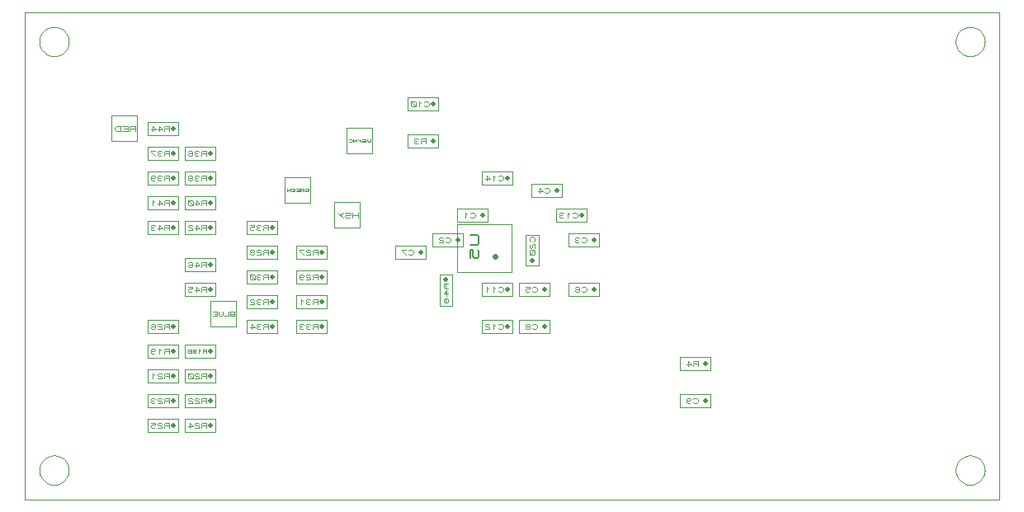
<source format=gbr>
G04 PROTEUS GERBER X2 FILE*
%TF.GenerationSoftware,Labcenter,Proteus,8.16-SP3-Build36097*%
%TF.CreationDate,2025-11-07T09:35:32+00:00*%
%TF.FileFunction,AssemblyDrawing,Bot*%
%TF.FilePolarity,Positive*%
%TF.Part,Single*%
%TF.SameCoordinates,{b300ba1a-dc7e-4a19-be50-5429eaf46598}*%
%FSLAX45Y45*%
%MOMM*%
G01*
%TA.AperFunction,Profile*%
%ADD25C,0.101600*%
%TA.AperFunction,Material*%
%ADD73C,0.101600*%
%ADD57C,0.508000*%
%ADD58C,0.076200*%
%ADD77C,0.057150*%
%ADD75C,0.063500*%
%ADD78C,0.050800*%
%ADD74C,0.084660*%
%ADD72C,0.100000*%
%ADD79C,0.560000*%
%ADD80C,0.149560*%
%TD.AperFunction*%
D25*
X-18000Y-3000D02*
X+9982000Y-3000D01*
X+9982000Y+4997000D01*
X-18000Y+4997000D01*
X-18000Y-3000D01*
X+9832000Y+4697000D02*
X+9831498Y+4709258D01*
X+9827422Y+4733775D01*
X+9818906Y+4758292D01*
X+9805032Y+4782809D01*
X+9783806Y+4807161D01*
X+9759289Y+4825555D01*
X+9734772Y+4837411D01*
X+9710255Y+4844315D01*
X+9685738Y+4846953D01*
X+9682000Y+4847000D01*
X+9532000Y+4697000D02*
X+9532502Y+4709258D01*
X+9536578Y+4733775D01*
X+9545094Y+4758292D01*
X+9558968Y+4782809D01*
X+9580194Y+4807161D01*
X+9604711Y+4825555D01*
X+9629228Y+4837411D01*
X+9653745Y+4844315D01*
X+9678262Y+4846953D01*
X+9682000Y+4847000D01*
X+9532000Y+4697000D02*
X+9532502Y+4684742D01*
X+9536578Y+4660225D01*
X+9545094Y+4635708D01*
X+9558968Y+4611191D01*
X+9580194Y+4586839D01*
X+9604711Y+4568445D01*
X+9629228Y+4556589D01*
X+9653745Y+4549685D01*
X+9678262Y+4547047D01*
X+9682000Y+4547000D01*
X+9832000Y+4697000D02*
X+9831498Y+4684742D01*
X+9827422Y+4660225D01*
X+9818906Y+4635708D01*
X+9805032Y+4611191D01*
X+9783806Y+4586839D01*
X+9759289Y+4568445D01*
X+9734772Y+4556589D01*
X+9710255Y+4549685D01*
X+9685738Y+4547047D01*
X+9682000Y+4547000D01*
X+9832000Y+297000D02*
X+9831498Y+309258D01*
X+9827422Y+333775D01*
X+9818906Y+358292D01*
X+9805032Y+382809D01*
X+9783806Y+407161D01*
X+9759289Y+425555D01*
X+9734772Y+437411D01*
X+9710255Y+444315D01*
X+9685738Y+446953D01*
X+9682000Y+447000D01*
X+9532000Y+297000D02*
X+9532502Y+309258D01*
X+9536578Y+333775D01*
X+9545094Y+358292D01*
X+9558968Y+382809D01*
X+9580194Y+407161D01*
X+9604711Y+425555D01*
X+9629228Y+437411D01*
X+9653745Y+444315D01*
X+9678262Y+446953D01*
X+9682000Y+447000D01*
X+9532000Y+297000D02*
X+9532502Y+284742D01*
X+9536578Y+260225D01*
X+9545094Y+235708D01*
X+9558968Y+211191D01*
X+9580194Y+186839D01*
X+9604711Y+168445D01*
X+9629228Y+156589D01*
X+9653745Y+149685D01*
X+9678262Y+147047D01*
X+9682000Y+147000D01*
X+9832000Y+297000D02*
X+9831498Y+284742D01*
X+9827422Y+260225D01*
X+9818906Y+235708D01*
X+9805032Y+211191D01*
X+9783806Y+186839D01*
X+9759289Y+168445D01*
X+9734772Y+156589D01*
X+9710255Y+149685D01*
X+9685738Y+147047D01*
X+9682000Y+147000D01*
X+432000Y+297000D02*
X+431498Y+309258D01*
X+427422Y+333775D01*
X+418906Y+358292D01*
X+405032Y+382809D01*
X+383806Y+407161D01*
X+359289Y+425555D01*
X+334772Y+437411D01*
X+310255Y+444315D01*
X+285738Y+446953D01*
X+282000Y+447000D01*
X+132000Y+297000D02*
X+132502Y+309258D01*
X+136578Y+333775D01*
X+145094Y+358292D01*
X+158968Y+382809D01*
X+180194Y+407161D01*
X+204711Y+425555D01*
X+229228Y+437411D01*
X+253745Y+444315D01*
X+278262Y+446953D01*
X+282000Y+447000D01*
X+132000Y+297000D02*
X+132502Y+284742D01*
X+136578Y+260225D01*
X+145094Y+235708D01*
X+158968Y+211191D01*
X+180194Y+186839D01*
X+204711Y+168445D01*
X+229228Y+156589D01*
X+253745Y+149685D01*
X+278262Y+147047D01*
X+282000Y+147000D01*
X+432000Y+297000D02*
X+431498Y+284742D01*
X+427422Y+260225D01*
X+418906Y+235708D01*
X+405032Y+211191D01*
X+383806Y+186839D01*
X+359289Y+168445D01*
X+334772Y+156589D01*
X+310255Y+149685D01*
X+285738Y+147047D01*
X+282000Y+147000D01*
X+432000Y+4697000D02*
X+431498Y+4709258D01*
X+427422Y+4733775D01*
X+418906Y+4758292D01*
X+405032Y+4782809D01*
X+383806Y+4807161D01*
X+359289Y+4825555D01*
X+334772Y+4837411D01*
X+310255Y+4844315D01*
X+285738Y+4846953D01*
X+282000Y+4847000D01*
X+132000Y+4697000D02*
X+132502Y+4709258D01*
X+136578Y+4733775D01*
X+145094Y+4758292D01*
X+158968Y+4782809D01*
X+180194Y+4807161D01*
X+204711Y+4825555D01*
X+229228Y+4837411D01*
X+253745Y+4844315D01*
X+278262Y+4846953D01*
X+282000Y+4847000D01*
X+132000Y+4697000D02*
X+132502Y+4684742D01*
X+136578Y+4660225D01*
X+145094Y+4635708D01*
X+158968Y+4611191D01*
X+180194Y+4586839D01*
X+204711Y+4568445D01*
X+229228Y+4556589D01*
X+253745Y+4549685D01*
X+278262Y+4547047D01*
X+282000Y+4547000D01*
X+432000Y+4697000D02*
X+431498Y+4684742D01*
X+427422Y+4660225D01*
X+418906Y+4635708D01*
X+405032Y+4611191D01*
X+383806Y+4586839D01*
X+359289Y+4568445D01*
X+334772Y+4556589D01*
X+310255Y+4549685D01*
X+285738Y+4547047D01*
X+282000Y+4547000D01*
D73*
X+1241840Y+3738420D02*
X+1556800Y+3738420D01*
X+1556800Y+3870500D01*
X+1241840Y+3870500D01*
X+1241840Y+3738420D01*
D57*
X+1506000Y+3807000D02*
X+1506000Y+3807000D01*
D58*
X+1464090Y+3781600D02*
X+1464090Y+3827320D01*
X+1421228Y+3827320D01*
X+1412655Y+3819700D01*
X+1412655Y+3812080D01*
X+1421228Y+3804460D01*
X+1464090Y+3804460D01*
X+1421228Y+3804460D02*
X+1412655Y+3796840D01*
X+1412655Y+3781600D01*
X+1344075Y+3796840D02*
X+1395510Y+3796840D01*
X+1361220Y+3827320D01*
X+1361220Y+3781600D01*
X+1275495Y+3796840D02*
X+1326930Y+3796840D01*
X+1292640Y+3827320D01*
X+1292640Y+3781600D01*
D73*
X+1241840Y+3484420D02*
X+1556800Y+3484420D01*
X+1556800Y+3616500D01*
X+1241840Y+3616500D01*
X+1241840Y+3484420D01*
D57*
X+1506000Y+3553000D02*
X+1506000Y+3553000D01*
D58*
X+1464090Y+3527600D02*
X+1464090Y+3573320D01*
X+1421228Y+3573320D01*
X+1412655Y+3565700D01*
X+1412655Y+3558080D01*
X+1421228Y+3550460D01*
X+1464090Y+3550460D01*
X+1421228Y+3550460D02*
X+1412655Y+3542840D01*
X+1412655Y+3527600D01*
X+1386938Y+3565700D02*
X+1378365Y+3573320D01*
X+1352648Y+3573320D01*
X+1344075Y+3565700D01*
X+1344075Y+3558080D01*
X+1352648Y+3550460D01*
X+1344075Y+3542840D01*
X+1344075Y+3535220D01*
X+1352648Y+3527600D01*
X+1378365Y+3527600D01*
X+1386938Y+3535220D01*
X+1369793Y+3550460D02*
X+1352648Y+3550460D01*
X+1318358Y+3573320D02*
X+1275495Y+3573320D01*
X+1275495Y+3565700D01*
X+1318358Y+3527600D01*
D73*
X+1622840Y+3484420D02*
X+1937800Y+3484420D01*
X+1937800Y+3616500D01*
X+1622840Y+3616500D01*
X+1622840Y+3484420D01*
D57*
X+1887000Y+3553000D02*
X+1887000Y+3553000D01*
D58*
X+1845090Y+3527600D02*
X+1845090Y+3573320D01*
X+1802228Y+3573320D01*
X+1793655Y+3565700D01*
X+1793655Y+3558080D01*
X+1802228Y+3550460D01*
X+1845090Y+3550460D01*
X+1802228Y+3550460D02*
X+1793655Y+3542840D01*
X+1793655Y+3527600D01*
X+1767938Y+3565700D02*
X+1759365Y+3573320D01*
X+1733648Y+3573320D01*
X+1725075Y+3565700D01*
X+1725075Y+3558080D01*
X+1733648Y+3550460D01*
X+1725075Y+3542840D01*
X+1725075Y+3535220D01*
X+1733648Y+3527600D01*
X+1759365Y+3527600D01*
X+1767938Y+3535220D01*
X+1750793Y+3550460D02*
X+1733648Y+3550460D01*
X+1656495Y+3565700D02*
X+1665068Y+3573320D01*
X+1690785Y+3573320D01*
X+1699358Y+3565700D01*
X+1699358Y+3535220D01*
X+1690785Y+3527600D01*
X+1665068Y+3527600D01*
X+1656495Y+3535220D01*
X+1656495Y+3542840D01*
X+1665068Y+3550460D01*
X+1699358Y+3550460D01*
D73*
X+1622840Y+3230420D02*
X+1937800Y+3230420D01*
X+1937800Y+3362500D01*
X+1622840Y+3362500D01*
X+1622840Y+3230420D01*
D57*
X+1887000Y+3299000D02*
X+1887000Y+3299000D01*
D58*
X+1845090Y+3273600D02*
X+1845090Y+3319320D01*
X+1802228Y+3319320D01*
X+1793655Y+3311700D01*
X+1793655Y+3304080D01*
X+1802228Y+3296460D01*
X+1845090Y+3296460D01*
X+1802228Y+3296460D02*
X+1793655Y+3288840D01*
X+1793655Y+3273600D01*
X+1767938Y+3311700D02*
X+1759365Y+3319320D01*
X+1733648Y+3319320D01*
X+1725075Y+3311700D01*
X+1725075Y+3304080D01*
X+1733648Y+3296460D01*
X+1725075Y+3288840D01*
X+1725075Y+3281220D01*
X+1733648Y+3273600D01*
X+1759365Y+3273600D01*
X+1767938Y+3281220D01*
X+1750793Y+3296460D02*
X+1733648Y+3296460D01*
X+1690785Y+3296460D02*
X+1699358Y+3304080D01*
X+1699358Y+3311700D01*
X+1690785Y+3319320D01*
X+1665068Y+3319320D01*
X+1656495Y+3311700D01*
X+1656495Y+3304080D01*
X+1665068Y+3296460D01*
X+1690785Y+3296460D01*
X+1699358Y+3288840D01*
X+1699358Y+3281220D01*
X+1690785Y+3273600D01*
X+1665068Y+3273600D01*
X+1656495Y+3281220D01*
X+1656495Y+3288840D01*
X+1665068Y+3296460D01*
D73*
X+1241840Y+3230420D02*
X+1556800Y+3230420D01*
X+1556800Y+3362500D01*
X+1241840Y+3362500D01*
X+1241840Y+3230420D01*
D57*
X+1506000Y+3299000D02*
X+1506000Y+3299000D01*
D58*
X+1464090Y+3273600D02*
X+1464090Y+3319320D01*
X+1421228Y+3319320D01*
X+1412655Y+3311700D01*
X+1412655Y+3304080D01*
X+1421228Y+3296460D01*
X+1464090Y+3296460D01*
X+1421228Y+3296460D02*
X+1412655Y+3288840D01*
X+1412655Y+3273600D01*
X+1386938Y+3311700D02*
X+1378365Y+3319320D01*
X+1352648Y+3319320D01*
X+1344075Y+3311700D01*
X+1344075Y+3304080D01*
X+1352648Y+3296460D01*
X+1344075Y+3288840D01*
X+1344075Y+3281220D01*
X+1352648Y+3273600D01*
X+1378365Y+3273600D01*
X+1386938Y+3281220D01*
X+1369793Y+3296460D02*
X+1352648Y+3296460D01*
X+1275495Y+3304080D02*
X+1284068Y+3296460D01*
X+1309785Y+3296460D01*
X+1318358Y+3304080D01*
X+1318358Y+3311700D01*
X+1309785Y+3319320D01*
X+1284068Y+3319320D01*
X+1275495Y+3311700D01*
X+1275495Y+3281220D01*
X+1284068Y+3273600D01*
X+1309785Y+3273600D01*
D73*
X+1622840Y+2976420D02*
X+1937800Y+2976420D01*
X+1937800Y+3108500D01*
X+1622840Y+3108500D01*
X+1622840Y+2976420D01*
D57*
X+1887000Y+3045000D02*
X+1887000Y+3045000D01*
D58*
X+1845090Y+3019600D02*
X+1845090Y+3065320D01*
X+1802228Y+3065320D01*
X+1793655Y+3057700D01*
X+1793655Y+3050080D01*
X+1802228Y+3042460D01*
X+1845090Y+3042460D01*
X+1802228Y+3042460D02*
X+1793655Y+3034840D01*
X+1793655Y+3019600D01*
X+1725075Y+3034840D02*
X+1776510Y+3034840D01*
X+1742220Y+3065320D01*
X+1742220Y+3019600D01*
X+1707930Y+3027220D02*
X+1707930Y+3057700D01*
X+1699358Y+3065320D01*
X+1665068Y+3065320D01*
X+1656495Y+3057700D01*
X+1656495Y+3027220D01*
X+1665068Y+3019600D01*
X+1699358Y+3019600D01*
X+1707930Y+3027220D01*
X+1707930Y+3019600D02*
X+1656495Y+3065320D01*
D73*
X+1241840Y+2976420D02*
X+1556800Y+2976420D01*
X+1556800Y+3108500D01*
X+1241840Y+3108500D01*
X+1241840Y+2976420D01*
D57*
X+1506000Y+3045000D02*
X+1506000Y+3045000D01*
D58*
X+1464090Y+3019600D02*
X+1464090Y+3065320D01*
X+1421228Y+3065320D01*
X+1412655Y+3057700D01*
X+1412655Y+3050080D01*
X+1421228Y+3042460D01*
X+1464090Y+3042460D01*
X+1421228Y+3042460D02*
X+1412655Y+3034840D01*
X+1412655Y+3019600D01*
X+1344075Y+3034840D02*
X+1395510Y+3034840D01*
X+1361220Y+3065320D01*
X+1361220Y+3019600D01*
X+1309785Y+3050080D02*
X+1292640Y+3065320D01*
X+1292640Y+3019600D01*
D73*
X+1622840Y+2722420D02*
X+1937800Y+2722420D01*
X+1937800Y+2854500D01*
X+1622840Y+2854500D01*
X+1622840Y+2722420D01*
D57*
X+1887000Y+2791000D02*
X+1887000Y+2791000D01*
D58*
X+1845090Y+2765600D02*
X+1845090Y+2811320D01*
X+1802228Y+2811320D01*
X+1793655Y+2803700D01*
X+1793655Y+2796080D01*
X+1802228Y+2788460D01*
X+1845090Y+2788460D01*
X+1802228Y+2788460D02*
X+1793655Y+2780840D01*
X+1793655Y+2765600D01*
X+1725075Y+2780840D02*
X+1776510Y+2780840D01*
X+1742220Y+2811320D01*
X+1742220Y+2765600D01*
X+1699358Y+2803700D02*
X+1690785Y+2811320D01*
X+1665068Y+2811320D01*
X+1656495Y+2803700D01*
X+1656495Y+2796080D01*
X+1665068Y+2788460D01*
X+1690785Y+2788460D01*
X+1699358Y+2780840D01*
X+1699358Y+2765600D01*
X+1656495Y+2765600D01*
D73*
X+1241840Y+2722420D02*
X+1556800Y+2722420D01*
X+1556800Y+2854500D01*
X+1241840Y+2854500D01*
X+1241840Y+2722420D01*
D57*
X+1506000Y+2791000D02*
X+1506000Y+2791000D01*
D58*
X+1464090Y+2765600D02*
X+1464090Y+2811320D01*
X+1421228Y+2811320D01*
X+1412655Y+2803700D01*
X+1412655Y+2796080D01*
X+1421228Y+2788460D01*
X+1464090Y+2788460D01*
X+1421228Y+2788460D02*
X+1412655Y+2780840D01*
X+1412655Y+2765600D01*
X+1344075Y+2780840D02*
X+1395510Y+2780840D01*
X+1361220Y+2811320D01*
X+1361220Y+2765600D01*
X+1318358Y+2803700D02*
X+1309785Y+2811320D01*
X+1284068Y+2811320D01*
X+1275495Y+2803700D01*
X+1275495Y+2796080D01*
X+1284068Y+2788460D01*
X+1275495Y+2780840D01*
X+1275495Y+2773220D01*
X+1284068Y+2765600D01*
X+1309785Y+2765600D01*
X+1318358Y+2773220D01*
X+1301213Y+2788460D02*
X+1284068Y+2788460D01*
D73*
X+1622840Y+2341420D02*
X+1937800Y+2341420D01*
X+1937800Y+2473500D01*
X+1622840Y+2473500D01*
X+1622840Y+2341420D01*
D57*
X+1887000Y+2410000D02*
X+1887000Y+2410000D01*
D58*
X+1845090Y+2384600D02*
X+1845090Y+2430320D01*
X+1802228Y+2430320D01*
X+1793655Y+2422700D01*
X+1793655Y+2415080D01*
X+1802228Y+2407460D01*
X+1845090Y+2407460D01*
X+1802228Y+2407460D02*
X+1793655Y+2399840D01*
X+1793655Y+2384600D01*
X+1725075Y+2399840D02*
X+1776510Y+2399840D01*
X+1742220Y+2430320D01*
X+1742220Y+2384600D01*
X+1656495Y+2422700D02*
X+1665068Y+2430320D01*
X+1690785Y+2430320D01*
X+1699358Y+2422700D01*
X+1699358Y+2392220D01*
X+1690785Y+2384600D01*
X+1665068Y+2384600D01*
X+1656495Y+2392220D01*
X+1656495Y+2399840D01*
X+1665068Y+2407460D01*
X+1699358Y+2407460D01*
D73*
X+1622840Y+2087420D02*
X+1937800Y+2087420D01*
X+1937800Y+2219500D01*
X+1622840Y+2219500D01*
X+1622840Y+2087420D01*
D57*
X+1887000Y+2156000D02*
X+1887000Y+2156000D01*
D58*
X+1845090Y+2130600D02*
X+1845090Y+2176320D01*
X+1802228Y+2176320D01*
X+1793655Y+2168700D01*
X+1793655Y+2161080D01*
X+1802228Y+2153460D01*
X+1845090Y+2153460D01*
X+1802228Y+2153460D02*
X+1793655Y+2145840D01*
X+1793655Y+2130600D01*
X+1725075Y+2145840D02*
X+1776510Y+2145840D01*
X+1742220Y+2176320D01*
X+1742220Y+2130600D01*
X+1656495Y+2176320D02*
X+1699358Y+2176320D01*
X+1699358Y+2161080D01*
X+1665068Y+2161080D01*
X+1656495Y+2153460D01*
X+1656495Y+2138220D01*
X+1665068Y+2130600D01*
X+1690785Y+2130600D01*
X+1699358Y+2138220D01*
D73*
X+2257840Y+2722420D02*
X+2572800Y+2722420D01*
X+2572800Y+2854500D01*
X+2257840Y+2854500D01*
X+2257840Y+2722420D01*
D57*
X+2522000Y+2791000D02*
X+2522000Y+2791000D01*
D58*
X+2480090Y+2765600D02*
X+2480090Y+2811320D01*
X+2437228Y+2811320D01*
X+2428655Y+2803700D01*
X+2428655Y+2796080D01*
X+2437228Y+2788460D01*
X+2480090Y+2788460D01*
X+2437228Y+2788460D02*
X+2428655Y+2780840D01*
X+2428655Y+2765600D01*
X+2402938Y+2803700D02*
X+2394365Y+2811320D01*
X+2368648Y+2811320D01*
X+2360075Y+2803700D01*
X+2360075Y+2796080D01*
X+2368648Y+2788460D01*
X+2360075Y+2780840D01*
X+2360075Y+2773220D01*
X+2368648Y+2765600D01*
X+2394365Y+2765600D01*
X+2402938Y+2773220D01*
X+2385793Y+2788460D02*
X+2368648Y+2788460D01*
X+2291495Y+2811320D02*
X+2334358Y+2811320D01*
X+2334358Y+2796080D01*
X+2300068Y+2796080D01*
X+2291495Y+2788460D01*
X+2291495Y+2773220D01*
X+2300068Y+2765600D01*
X+2325785Y+2765600D01*
X+2334358Y+2773220D01*
D73*
X+2257840Y+2468420D02*
X+2572800Y+2468420D01*
X+2572800Y+2600500D01*
X+2257840Y+2600500D01*
X+2257840Y+2468420D01*
D57*
X+2522000Y+2537000D02*
X+2522000Y+2537000D01*
D58*
X+2480090Y+2511600D02*
X+2480090Y+2557320D01*
X+2437228Y+2557320D01*
X+2428655Y+2549700D01*
X+2428655Y+2542080D01*
X+2437228Y+2534460D01*
X+2480090Y+2534460D01*
X+2437228Y+2534460D02*
X+2428655Y+2526840D01*
X+2428655Y+2511600D01*
X+2402938Y+2549700D02*
X+2394365Y+2557320D01*
X+2368648Y+2557320D01*
X+2360075Y+2549700D01*
X+2360075Y+2542080D01*
X+2368648Y+2534460D01*
X+2394365Y+2534460D01*
X+2402938Y+2526840D01*
X+2402938Y+2511600D01*
X+2360075Y+2511600D01*
X+2325785Y+2534460D02*
X+2334358Y+2542080D01*
X+2334358Y+2549700D01*
X+2325785Y+2557320D01*
X+2300068Y+2557320D01*
X+2291495Y+2549700D01*
X+2291495Y+2542080D01*
X+2300068Y+2534460D01*
X+2325785Y+2534460D01*
X+2334358Y+2526840D01*
X+2334358Y+2519220D01*
X+2325785Y+2511600D01*
X+2300068Y+2511600D01*
X+2291495Y+2519220D01*
X+2291495Y+2526840D01*
X+2300068Y+2534460D01*
D73*
X+2257840Y+2214420D02*
X+2572800Y+2214420D01*
X+2572800Y+2346500D01*
X+2257840Y+2346500D01*
X+2257840Y+2214420D01*
D57*
X+2522000Y+2283000D02*
X+2522000Y+2283000D01*
D58*
X+2480090Y+2257600D02*
X+2480090Y+2303320D01*
X+2437228Y+2303320D01*
X+2428655Y+2295700D01*
X+2428655Y+2288080D01*
X+2437228Y+2280460D01*
X+2480090Y+2280460D01*
X+2437228Y+2280460D02*
X+2428655Y+2272840D01*
X+2428655Y+2257600D01*
X+2402938Y+2295700D02*
X+2394365Y+2303320D01*
X+2368648Y+2303320D01*
X+2360075Y+2295700D01*
X+2360075Y+2288080D01*
X+2368648Y+2280460D01*
X+2360075Y+2272840D01*
X+2360075Y+2265220D01*
X+2368648Y+2257600D01*
X+2394365Y+2257600D01*
X+2402938Y+2265220D01*
X+2385793Y+2280460D02*
X+2368648Y+2280460D01*
X+2342930Y+2265220D02*
X+2342930Y+2295700D01*
X+2334358Y+2303320D01*
X+2300068Y+2303320D01*
X+2291495Y+2295700D01*
X+2291495Y+2265220D01*
X+2300068Y+2257600D01*
X+2334358Y+2257600D01*
X+2342930Y+2265220D01*
X+2342930Y+2257600D02*
X+2291495Y+2303320D01*
D73*
X+2257840Y+1960420D02*
X+2572800Y+1960420D01*
X+2572800Y+2092500D01*
X+2257840Y+2092500D01*
X+2257840Y+1960420D01*
D57*
X+2522000Y+2029000D02*
X+2522000Y+2029000D01*
D58*
X+2480090Y+2003600D02*
X+2480090Y+2049320D01*
X+2437228Y+2049320D01*
X+2428655Y+2041700D01*
X+2428655Y+2034080D01*
X+2437228Y+2026460D01*
X+2480090Y+2026460D01*
X+2437228Y+2026460D02*
X+2428655Y+2018840D01*
X+2428655Y+2003600D01*
X+2402938Y+2041700D02*
X+2394365Y+2049320D01*
X+2368648Y+2049320D01*
X+2360075Y+2041700D01*
X+2360075Y+2034080D01*
X+2368648Y+2026460D01*
X+2360075Y+2018840D01*
X+2360075Y+2011220D01*
X+2368648Y+2003600D01*
X+2394365Y+2003600D01*
X+2402938Y+2011220D01*
X+2385793Y+2026460D02*
X+2368648Y+2026460D01*
X+2334358Y+2041700D02*
X+2325785Y+2049320D01*
X+2300068Y+2049320D01*
X+2291495Y+2041700D01*
X+2291495Y+2034080D01*
X+2300068Y+2026460D01*
X+2325785Y+2026460D01*
X+2334358Y+2018840D01*
X+2334358Y+2003600D01*
X+2291495Y+2003600D01*
D73*
X+2257840Y+1706420D02*
X+2572800Y+1706420D01*
X+2572800Y+1838500D01*
X+2257840Y+1838500D01*
X+2257840Y+1706420D01*
D57*
X+2522000Y+1775000D02*
X+2522000Y+1775000D01*
D58*
X+2480090Y+1749600D02*
X+2480090Y+1795320D01*
X+2437228Y+1795320D01*
X+2428655Y+1787700D01*
X+2428655Y+1780080D01*
X+2437228Y+1772460D01*
X+2480090Y+1772460D01*
X+2437228Y+1772460D02*
X+2428655Y+1764840D01*
X+2428655Y+1749600D01*
X+2402938Y+1787700D02*
X+2394365Y+1795320D01*
X+2368648Y+1795320D01*
X+2360075Y+1787700D01*
X+2360075Y+1780080D01*
X+2368648Y+1772460D01*
X+2360075Y+1764840D01*
X+2360075Y+1757220D01*
X+2368648Y+1749600D01*
X+2394365Y+1749600D01*
X+2402938Y+1757220D01*
X+2385793Y+1772460D02*
X+2368648Y+1772460D01*
X+2291495Y+1764840D02*
X+2342930Y+1764840D01*
X+2308640Y+1795320D01*
X+2308640Y+1749600D01*
D73*
X+2765840Y+1706420D02*
X+3080800Y+1706420D01*
X+3080800Y+1838500D01*
X+2765840Y+1838500D01*
X+2765840Y+1706420D01*
D57*
X+3030000Y+1775000D02*
X+3030000Y+1775000D01*
D58*
X+2988090Y+1749600D02*
X+2988090Y+1795320D01*
X+2945228Y+1795320D01*
X+2936655Y+1787700D01*
X+2936655Y+1780080D01*
X+2945228Y+1772460D01*
X+2988090Y+1772460D01*
X+2945228Y+1772460D02*
X+2936655Y+1764840D01*
X+2936655Y+1749600D01*
X+2910938Y+1787700D02*
X+2902365Y+1795320D01*
X+2876648Y+1795320D01*
X+2868075Y+1787700D01*
X+2868075Y+1780080D01*
X+2876648Y+1772460D01*
X+2868075Y+1764840D01*
X+2868075Y+1757220D01*
X+2876648Y+1749600D01*
X+2902365Y+1749600D01*
X+2910938Y+1757220D01*
X+2893793Y+1772460D02*
X+2876648Y+1772460D01*
X+2842358Y+1787700D02*
X+2833785Y+1795320D01*
X+2808068Y+1795320D01*
X+2799495Y+1787700D01*
X+2799495Y+1780080D01*
X+2808068Y+1772460D01*
X+2799495Y+1764840D01*
X+2799495Y+1757220D01*
X+2808068Y+1749600D01*
X+2833785Y+1749600D01*
X+2842358Y+1757220D01*
X+2825213Y+1772460D02*
X+2808068Y+1772460D01*
D73*
X+2765840Y+1960420D02*
X+3080800Y+1960420D01*
X+3080800Y+2092500D01*
X+2765840Y+2092500D01*
X+2765840Y+1960420D01*
D57*
X+3030000Y+2029000D02*
X+3030000Y+2029000D01*
D58*
X+2988090Y+2003600D02*
X+2988090Y+2049320D01*
X+2945228Y+2049320D01*
X+2936655Y+2041700D01*
X+2936655Y+2034080D01*
X+2945228Y+2026460D01*
X+2988090Y+2026460D01*
X+2945228Y+2026460D02*
X+2936655Y+2018840D01*
X+2936655Y+2003600D01*
X+2910938Y+2041700D02*
X+2902365Y+2049320D01*
X+2876648Y+2049320D01*
X+2868075Y+2041700D01*
X+2868075Y+2034080D01*
X+2876648Y+2026460D01*
X+2868075Y+2018840D01*
X+2868075Y+2011220D01*
X+2876648Y+2003600D01*
X+2902365Y+2003600D01*
X+2910938Y+2011220D01*
X+2893793Y+2026460D02*
X+2876648Y+2026460D01*
X+2833785Y+2034080D02*
X+2816640Y+2049320D01*
X+2816640Y+2003600D01*
D73*
X+2765840Y+2214420D02*
X+3080800Y+2214420D01*
X+3080800Y+2346500D01*
X+2765840Y+2346500D01*
X+2765840Y+2214420D01*
D57*
X+3030000Y+2283000D02*
X+3030000Y+2283000D01*
D58*
X+2988090Y+2257600D02*
X+2988090Y+2303320D01*
X+2945228Y+2303320D01*
X+2936655Y+2295700D01*
X+2936655Y+2288080D01*
X+2945228Y+2280460D01*
X+2988090Y+2280460D01*
X+2945228Y+2280460D02*
X+2936655Y+2272840D01*
X+2936655Y+2257600D01*
X+2910938Y+2295700D02*
X+2902365Y+2303320D01*
X+2876648Y+2303320D01*
X+2868075Y+2295700D01*
X+2868075Y+2288080D01*
X+2876648Y+2280460D01*
X+2902365Y+2280460D01*
X+2910938Y+2272840D01*
X+2910938Y+2257600D01*
X+2868075Y+2257600D01*
X+2799495Y+2288080D02*
X+2808068Y+2280460D01*
X+2833785Y+2280460D01*
X+2842358Y+2288080D01*
X+2842358Y+2295700D01*
X+2833785Y+2303320D01*
X+2808068Y+2303320D01*
X+2799495Y+2295700D01*
X+2799495Y+2265220D01*
X+2808068Y+2257600D01*
X+2833785Y+2257600D01*
D73*
X+2765840Y+2468420D02*
X+3080800Y+2468420D01*
X+3080800Y+2600500D01*
X+2765840Y+2600500D01*
X+2765840Y+2468420D01*
D57*
X+3030000Y+2537000D02*
X+3030000Y+2537000D01*
D58*
X+2988090Y+2511600D02*
X+2988090Y+2557320D01*
X+2945228Y+2557320D01*
X+2936655Y+2549700D01*
X+2936655Y+2542080D01*
X+2945228Y+2534460D01*
X+2988090Y+2534460D01*
X+2945228Y+2534460D02*
X+2936655Y+2526840D01*
X+2936655Y+2511600D01*
X+2910938Y+2549700D02*
X+2902365Y+2557320D01*
X+2876648Y+2557320D01*
X+2868075Y+2549700D01*
X+2868075Y+2542080D01*
X+2876648Y+2534460D01*
X+2902365Y+2534460D01*
X+2910938Y+2526840D01*
X+2910938Y+2511600D01*
X+2868075Y+2511600D01*
X+2842358Y+2557320D02*
X+2799495Y+2557320D01*
X+2799495Y+2549700D01*
X+2842358Y+2511600D01*
D73*
X+1241840Y+1706420D02*
X+1556800Y+1706420D01*
X+1556800Y+1838500D01*
X+1241840Y+1838500D01*
X+1241840Y+1706420D01*
D57*
X+1506000Y+1775000D02*
X+1506000Y+1775000D01*
D58*
X+1464090Y+1749600D02*
X+1464090Y+1795320D01*
X+1421228Y+1795320D01*
X+1412655Y+1787700D01*
X+1412655Y+1780080D01*
X+1421228Y+1772460D01*
X+1464090Y+1772460D01*
X+1421228Y+1772460D02*
X+1412655Y+1764840D01*
X+1412655Y+1749600D01*
X+1386938Y+1787700D02*
X+1378365Y+1795320D01*
X+1352648Y+1795320D01*
X+1344075Y+1787700D01*
X+1344075Y+1780080D01*
X+1352648Y+1772460D01*
X+1378365Y+1772460D01*
X+1386938Y+1764840D01*
X+1386938Y+1749600D01*
X+1344075Y+1749600D01*
X+1275495Y+1787700D02*
X+1284068Y+1795320D01*
X+1309785Y+1795320D01*
X+1318358Y+1787700D01*
X+1318358Y+1757220D01*
X+1309785Y+1749600D01*
X+1284068Y+1749600D01*
X+1275495Y+1757220D01*
X+1275495Y+1764840D01*
X+1284068Y+1772460D01*
X+1318358Y+1772460D01*
D73*
X+1241840Y+1452420D02*
X+1556800Y+1452420D01*
X+1556800Y+1584500D01*
X+1241840Y+1584500D01*
X+1241840Y+1452420D01*
D57*
X+1506000Y+1521000D02*
X+1506000Y+1521000D01*
D58*
X+1464090Y+1495600D02*
X+1464090Y+1541320D01*
X+1421228Y+1541320D01*
X+1412655Y+1533700D01*
X+1412655Y+1526080D01*
X+1421228Y+1518460D01*
X+1464090Y+1518460D01*
X+1421228Y+1518460D02*
X+1412655Y+1510840D01*
X+1412655Y+1495600D01*
X+1378365Y+1526080D02*
X+1361220Y+1541320D01*
X+1361220Y+1495600D01*
X+1275495Y+1526080D02*
X+1284068Y+1518460D01*
X+1309785Y+1518460D01*
X+1318358Y+1526080D01*
X+1318358Y+1533700D01*
X+1309785Y+1541320D01*
X+1284068Y+1541320D01*
X+1275495Y+1533700D01*
X+1275495Y+1503220D01*
X+1284068Y+1495600D01*
X+1309785Y+1495600D01*
D73*
X+1622840Y+1452420D02*
X+1937800Y+1452420D01*
X+1937800Y+1584500D01*
X+1622840Y+1584500D01*
X+1622840Y+1452420D01*
D57*
X+1887000Y+1521000D02*
X+1887000Y+1521000D01*
D77*
X+1845090Y+1501315D02*
X+1845090Y+1535605D01*
X+1812944Y+1535605D01*
X+1806514Y+1529890D01*
X+1806514Y+1524175D01*
X+1812944Y+1518460D01*
X+1845090Y+1518460D01*
X+1812944Y+1518460D02*
X+1806514Y+1512745D01*
X+1806514Y+1501315D01*
X+1780797Y+1524175D02*
X+1767938Y+1535605D01*
X+1767938Y+1501315D01*
X+1729362Y+1518460D02*
X+1735791Y+1524175D01*
X+1735791Y+1529890D01*
X+1729362Y+1535605D01*
X+1710074Y+1535605D01*
X+1703644Y+1529890D01*
X+1703644Y+1524175D01*
X+1710074Y+1518460D01*
X+1729362Y+1518460D01*
X+1735791Y+1512745D01*
X+1735791Y+1507030D01*
X+1729362Y+1501315D01*
X+1710074Y+1501315D01*
X+1703644Y+1507030D01*
X+1703644Y+1512745D01*
X+1710074Y+1518460D01*
X+1690785Y+1501315D02*
X+1690785Y+1535605D01*
X+1658639Y+1535605D01*
X+1652209Y+1529890D01*
X+1652209Y+1524175D01*
X+1658639Y+1518460D01*
X+1652209Y+1512745D01*
X+1652209Y+1507030D01*
X+1658639Y+1501315D01*
X+1690785Y+1501315D01*
X+1690785Y+1518460D02*
X+1658639Y+1518460D01*
D73*
X+1622840Y+1198420D02*
X+1937800Y+1198420D01*
X+1937800Y+1330500D01*
X+1622840Y+1330500D01*
X+1622840Y+1198420D01*
D57*
X+1887000Y+1267000D02*
X+1887000Y+1267000D01*
D58*
X+1845090Y+1241600D02*
X+1845090Y+1287320D01*
X+1802228Y+1287320D01*
X+1793655Y+1279700D01*
X+1793655Y+1272080D01*
X+1802228Y+1264460D01*
X+1845090Y+1264460D01*
X+1802228Y+1264460D02*
X+1793655Y+1256840D01*
X+1793655Y+1241600D01*
X+1767938Y+1279700D02*
X+1759365Y+1287320D01*
X+1733648Y+1287320D01*
X+1725075Y+1279700D01*
X+1725075Y+1272080D01*
X+1733648Y+1264460D01*
X+1759365Y+1264460D01*
X+1767938Y+1256840D01*
X+1767938Y+1241600D01*
X+1725075Y+1241600D01*
X+1707930Y+1249220D02*
X+1707930Y+1279700D01*
X+1699358Y+1287320D01*
X+1665068Y+1287320D01*
X+1656495Y+1279700D01*
X+1656495Y+1249220D01*
X+1665068Y+1241600D01*
X+1699358Y+1241600D01*
X+1707930Y+1249220D01*
X+1707930Y+1241600D02*
X+1656495Y+1287320D01*
D73*
X+1241840Y+1198420D02*
X+1556800Y+1198420D01*
X+1556800Y+1330500D01*
X+1241840Y+1330500D01*
X+1241840Y+1198420D01*
D57*
X+1506000Y+1267000D02*
X+1506000Y+1267000D01*
D58*
X+1464090Y+1241600D02*
X+1464090Y+1287320D01*
X+1421228Y+1287320D01*
X+1412655Y+1279700D01*
X+1412655Y+1272080D01*
X+1421228Y+1264460D01*
X+1464090Y+1264460D01*
X+1421228Y+1264460D02*
X+1412655Y+1256840D01*
X+1412655Y+1241600D01*
X+1386938Y+1279700D02*
X+1378365Y+1287320D01*
X+1352648Y+1287320D01*
X+1344075Y+1279700D01*
X+1344075Y+1272080D01*
X+1352648Y+1264460D01*
X+1378365Y+1264460D01*
X+1386938Y+1256840D01*
X+1386938Y+1241600D01*
X+1344075Y+1241600D01*
X+1309785Y+1272080D02*
X+1292640Y+1287320D01*
X+1292640Y+1241600D01*
D73*
X+1622840Y+944420D02*
X+1937800Y+944420D01*
X+1937800Y+1076500D01*
X+1622840Y+1076500D01*
X+1622840Y+944420D01*
D57*
X+1887000Y+1013000D02*
X+1887000Y+1013000D01*
D58*
X+1845090Y+987600D02*
X+1845090Y+1033320D01*
X+1802228Y+1033320D01*
X+1793655Y+1025700D01*
X+1793655Y+1018080D01*
X+1802228Y+1010460D01*
X+1845090Y+1010460D01*
X+1802228Y+1010460D02*
X+1793655Y+1002840D01*
X+1793655Y+987600D01*
X+1767938Y+1025700D02*
X+1759365Y+1033320D01*
X+1733648Y+1033320D01*
X+1725075Y+1025700D01*
X+1725075Y+1018080D01*
X+1733648Y+1010460D01*
X+1759365Y+1010460D01*
X+1767938Y+1002840D01*
X+1767938Y+987600D01*
X+1725075Y+987600D01*
X+1699358Y+1025700D02*
X+1690785Y+1033320D01*
X+1665068Y+1033320D01*
X+1656495Y+1025700D01*
X+1656495Y+1018080D01*
X+1665068Y+1010460D01*
X+1690785Y+1010460D01*
X+1699358Y+1002840D01*
X+1699358Y+987600D01*
X+1656495Y+987600D01*
D73*
X+1241840Y+944420D02*
X+1556800Y+944420D01*
X+1556800Y+1076500D01*
X+1241840Y+1076500D01*
X+1241840Y+944420D01*
D57*
X+1506000Y+1013000D02*
X+1506000Y+1013000D01*
D58*
X+1464090Y+987600D02*
X+1464090Y+1033320D01*
X+1421228Y+1033320D01*
X+1412655Y+1025700D01*
X+1412655Y+1018080D01*
X+1421228Y+1010460D01*
X+1464090Y+1010460D01*
X+1421228Y+1010460D02*
X+1412655Y+1002840D01*
X+1412655Y+987600D01*
X+1386938Y+1025700D02*
X+1378365Y+1033320D01*
X+1352648Y+1033320D01*
X+1344075Y+1025700D01*
X+1344075Y+1018080D01*
X+1352648Y+1010460D01*
X+1378365Y+1010460D01*
X+1386938Y+1002840D01*
X+1386938Y+987600D01*
X+1344075Y+987600D01*
X+1318358Y+1025700D02*
X+1309785Y+1033320D01*
X+1284068Y+1033320D01*
X+1275495Y+1025700D01*
X+1275495Y+1018080D01*
X+1284068Y+1010460D01*
X+1275495Y+1002840D01*
X+1275495Y+995220D01*
X+1284068Y+987600D01*
X+1309785Y+987600D01*
X+1318358Y+995220D01*
X+1301213Y+1010460D02*
X+1284068Y+1010460D01*
D73*
X+1622840Y+690420D02*
X+1937800Y+690420D01*
X+1937800Y+822500D01*
X+1622840Y+822500D01*
X+1622840Y+690420D01*
D57*
X+1887000Y+759000D02*
X+1887000Y+759000D01*
D58*
X+1845090Y+733600D02*
X+1845090Y+779320D01*
X+1802228Y+779320D01*
X+1793655Y+771700D01*
X+1793655Y+764080D01*
X+1802228Y+756460D01*
X+1845090Y+756460D01*
X+1802228Y+756460D02*
X+1793655Y+748840D01*
X+1793655Y+733600D01*
X+1767938Y+771700D02*
X+1759365Y+779320D01*
X+1733648Y+779320D01*
X+1725075Y+771700D01*
X+1725075Y+764080D01*
X+1733648Y+756460D01*
X+1759365Y+756460D01*
X+1767938Y+748840D01*
X+1767938Y+733600D01*
X+1725075Y+733600D01*
X+1656495Y+748840D02*
X+1707930Y+748840D01*
X+1673640Y+779320D01*
X+1673640Y+733600D01*
D73*
X+1241840Y+690420D02*
X+1556800Y+690420D01*
X+1556800Y+822500D01*
X+1241840Y+822500D01*
X+1241840Y+690420D01*
D57*
X+1506000Y+759000D02*
X+1506000Y+759000D01*
D58*
X+1464090Y+733600D02*
X+1464090Y+779320D01*
X+1421228Y+779320D01*
X+1412655Y+771700D01*
X+1412655Y+764080D01*
X+1421228Y+756460D01*
X+1464090Y+756460D01*
X+1421228Y+756460D02*
X+1412655Y+748840D01*
X+1412655Y+733600D01*
X+1386938Y+771700D02*
X+1378365Y+779320D01*
X+1352648Y+779320D01*
X+1344075Y+771700D01*
X+1344075Y+764080D01*
X+1352648Y+756460D01*
X+1378365Y+756460D01*
X+1386938Y+748840D01*
X+1386938Y+733600D01*
X+1344075Y+733600D01*
X+1275495Y+779320D02*
X+1318358Y+779320D01*
X+1318358Y+764080D01*
X+1284068Y+764080D01*
X+1275495Y+756460D01*
X+1275495Y+741220D01*
X+1284068Y+733600D01*
X+1309785Y+733600D01*
X+1318358Y+741220D01*
D73*
X+1881920Y+1769920D02*
X+2146080Y+1769920D01*
X+2146080Y+2034080D01*
X+1881920Y+2034080D01*
X+1881920Y+1769920D01*
D75*
X+2128300Y+1882950D02*
X+2128300Y+1921050D01*
X+2092582Y+1921050D01*
X+2085438Y+1914700D01*
X+2085438Y+1908350D01*
X+2092582Y+1902000D01*
X+2085438Y+1895650D01*
X+2085438Y+1889300D01*
X+2092582Y+1882950D01*
X+2128300Y+1882950D01*
X+2128300Y+1902000D02*
X+2092582Y+1902000D01*
X+2071150Y+1921050D02*
X+2071150Y+1882950D01*
X+2028288Y+1882950D01*
X+2014000Y+1921050D02*
X+2014000Y+1889300D01*
X+2006857Y+1882950D01*
X+1978282Y+1882950D01*
X+1971138Y+1889300D01*
X+1971138Y+1921050D01*
X+1913988Y+1882950D02*
X+1956850Y+1882950D01*
X+1956850Y+1921050D01*
X+1913988Y+1921050D01*
X+1956850Y+1902000D02*
X+1928275Y+1902000D01*
D73*
X+2643920Y+3039920D02*
X+2908080Y+3039920D01*
X+2908080Y+3304080D01*
X+2643920Y+3304080D01*
X+2643920Y+3039920D01*
D78*
X+2867440Y+3166920D02*
X+2856010Y+3166920D01*
X+2856010Y+3156760D01*
X+2878870Y+3156760D01*
X+2890300Y+3166920D01*
X+2890300Y+3177080D01*
X+2878870Y+3187240D01*
X+2861725Y+3187240D01*
X+2856010Y+3182160D01*
X+2844580Y+3156760D02*
X+2844580Y+3187240D01*
X+2816005Y+3187240D01*
X+2810290Y+3182160D01*
X+2810290Y+3177080D01*
X+2816005Y+3172000D01*
X+2844580Y+3172000D01*
X+2816005Y+3172000D02*
X+2810290Y+3166920D01*
X+2810290Y+3156760D01*
X+2764570Y+3156760D02*
X+2798860Y+3156760D01*
X+2798860Y+3187240D01*
X+2764570Y+3187240D01*
X+2798860Y+3172000D02*
X+2776000Y+3172000D01*
X+2718850Y+3156760D02*
X+2753140Y+3156760D01*
X+2753140Y+3187240D01*
X+2718850Y+3187240D01*
X+2753140Y+3172000D02*
X+2730280Y+3172000D01*
X+2707420Y+3156760D02*
X+2707420Y+3187240D01*
X+2673130Y+3156760D01*
X+2673130Y+3187240D01*
D73*
X+3278920Y+3547920D02*
X+3543080Y+3547920D01*
X+3543080Y+3812080D01*
X+3278920Y+3812080D01*
X+3278920Y+3547920D01*
D78*
X+3525300Y+3695240D02*
X+3525300Y+3680000D01*
X+3508155Y+3664760D01*
X+3491010Y+3680000D01*
X+3491010Y+3695240D01*
X+3479580Y+3669840D02*
X+3473865Y+3664760D01*
X+3451005Y+3664760D01*
X+3445290Y+3669840D01*
X+3445290Y+3674920D01*
X+3451005Y+3680000D01*
X+3473865Y+3680000D01*
X+3479580Y+3685080D01*
X+3479580Y+3690160D01*
X+3473865Y+3695240D01*
X+3451005Y+3695240D01*
X+3445290Y+3690160D01*
X+3399570Y+3695240D02*
X+3433860Y+3664760D01*
X+3433860Y+3695240D02*
X+3416715Y+3680000D01*
X+3388140Y+3664760D02*
X+3388140Y+3695240D01*
X+3353850Y+3664760D01*
X+3353850Y+3695240D01*
X+3308130Y+3669840D02*
X+3313845Y+3664760D01*
X+3330990Y+3664760D01*
X+3342420Y+3674920D01*
X+3342420Y+3685080D01*
X+3330990Y+3695240D01*
X+3313845Y+3695240D01*
X+3308130Y+3690160D01*
D73*
X+3151920Y+2785920D02*
X+3416080Y+2785920D01*
X+3416080Y+3050080D01*
X+3151920Y+3050080D01*
X+3151920Y+2785920D01*
D74*
X+3398298Y+2892600D02*
X+3398298Y+2943399D01*
X+3341149Y+2943399D02*
X+3341149Y+2892600D01*
X+3398298Y+2918000D02*
X+3341149Y+2918000D01*
X+3322099Y+2901066D02*
X+3312575Y+2892600D01*
X+3274475Y+2892600D01*
X+3264950Y+2901066D01*
X+3264950Y+2909533D01*
X+3274475Y+2918000D01*
X+3312575Y+2918000D01*
X+3322099Y+2926466D01*
X+3322099Y+2934933D01*
X+3312575Y+2943399D01*
X+3274475Y+2943399D01*
X+3264950Y+2934933D01*
X+3188751Y+2943399D02*
X+3245900Y+2892600D01*
X+3245900Y+2943399D02*
X+3217326Y+2918000D01*
D73*
X+3908840Y+3992420D02*
X+4223800Y+3992420D01*
X+4223800Y+4124500D01*
X+3908840Y+4124500D01*
X+3908840Y+3992420D01*
D57*
X+4173000Y+4061000D02*
X+4173000Y+4061000D01*
D58*
X+4079655Y+4043220D02*
X+4088228Y+4035600D01*
X+4113945Y+4035600D01*
X+4131090Y+4050840D01*
X+4131090Y+4066080D01*
X+4113945Y+4081320D01*
X+4088228Y+4081320D01*
X+4079655Y+4073700D01*
X+4045365Y+4066080D02*
X+4028220Y+4081320D01*
X+4028220Y+4035600D01*
X+3993930Y+4043220D02*
X+3993930Y+4073700D01*
X+3985358Y+4081320D01*
X+3951068Y+4081320D01*
X+3942495Y+4073700D01*
X+3942495Y+4043220D01*
X+3951068Y+4035600D01*
X+3985358Y+4035600D01*
X+3993930Y+4043220D01*
X+3993930Y+4035600D02*
X+3942495Y+4081320D01*
D73*
X+3908840Y+3611420D02*
X+4223800Y+3611420D01*
X+4223800Y+3743500D01*
X+3908840Y+3743500D01*
X+3908840Y+3611420D01*
D57*
X+4173000Y+3680000D02*
X+4173000Y+3680000D01*
D58*
X+4096800Y+3654600D02*
X+4096800Y+3700320D01*
X+4053938Y+3700320D01*
X+4045365Y+3692700D01*
X+4045365Y+3685080D01*
X+4053938Y+3677460D01*
X+4096800Y+3677460D01*
X+4053938Y+3677460D02*
X+4045365Y+3669840D01*
X+4045365Y+3654600D01*
X+4019648Y+3692700D02*
X+4011075Y+3700320D01*
X+3985358Y+3700320D01*
X+3976785Y+3692700D01*
X+3976785Y+3685080D01*
X+3985358Y+3677460D01*
X+3976785Y+3669840D01*
X+3976785Y+3662220D01*
X+3985358Y+3654600D01*
X+4011075Y+3654600D01*
X+4019648Y+3662220D01*
X+4002503Y+3677460D02*
X+3985358Y+3677460D01*
D73*
X+4670840Y+3230420D02*
X+4985800Y+3230420D01*
X+4985800Y+3362500D01*
X+4670840Y+3362500D01*
X+4670840Y+3230420D01*
D57*
X+4935000Y+3299000D02*
X+4935000Y+3299000D01*
D58*
X+4841655Y+3281220D02*
X+4850228Y+3273600D01*
X+4875945Y+3273600D01*
X+4893090Y+3288840D01*
X+4893090Y+3304080D01*
X+4875945Y+3319320D01*
X+4850228Y+3319320D01*
X+4841655Y+3311700D01*
X+4807365Y+3304080D02*
X+4790220Y+3319320D01*
X+4790220Y+3273600D01*
X+4704495Y+3288840D02*
X+4755930Y+3288840D01*
X+4721640Y+3319320D01*
X+4721640Y+3273600D01*
D73*
X+4416840Y+2849420D02*
X+4731800Y+2849420D01*
X+4731800Y+2981500D01*
X+4416840Y+2981500D01*
X+4416840Y+2849420D01*
D57*
X+4681000Y+2918000D02*
X+4681000Y+2918000D01*
D58*
X+4553365Y+2900220D02*
X+4561938Y+2892600D01*
X+4587655Y+2892600D01*
X+4604800Y+2907840D01*
X+4604800Y+2923080D01*
X+4587655Y+2938320D01*
X+4561938Y+2938320D01*
X+4553365Y+2930700D01*
X+4519075Y+2923080D02*
X+4501930Y+2938320D01*
X+4501930Y+2892600D01*
D73*
X+4162840Y+2595420D02*
X+4477800Y+2595420D01*
X+4477800Y+2727500D01*
X+4162840Y+2727500D01*
X+4162840Y+2595420D01*
D57*
X+4427000Y+2664000D02*
X+4427000Y+2664000D01*
D58*
X+4299365Y+2646220D02*
X+4307938Y+2638600D01*
X+4333655Y+2638600D01*
X+4350800Y+2653840D01*
X+4350800Y+2669080D01*
X+4333655Y+2684320D01*
X+4307938Y+2684320D01*
X+4299365Y+2676700D01*
X+4273648Y+2676700D02*
X+4265075Y+2684320D01*
X+4239358Y+2684320D01*
X+4230785Y+2676700D01*
X+4230785Y+2669080D01*
X+4239358Y+2661460D01*
X+4265075Y+2661460D01*
X+4273648Y+2653840D01*
X+4273648Y+2638600D01*
X+4230785Y+2638600D01*
D73*
X+3781840Y+2468420D02*
X+4096800Y+2468420D01*
X+4096800Y+2600500D01*
X+3781840Y+2600500D01*
X+3781840Y+2468420D01*
D57*
X+4046000Y+2537000D02*
X+4046000Y+2537000D01*
D58*
X+3918365Y+2519220D02*
X+3926938Y+2511600D01*
X+3952655Y+2511600D01*
X+3969800Y+2526840D01*
X+3969800Y+2542080D01*
X+3952655Y+2557320D01*
X+3926938Y+2557320D01*
X+3918365Y+2549700D01*
X+3892648Y+2557320D02*
X+3849785Y+2557320D01*
X+3849785Y+2549700D01*
X+3892648Y+2511600D01*
D73*
X+4236500Y+1986840D02*
X+4368580Y+1986840D01*
X+4368580Y+2301800D01*
X+4236500Y+2301800D01*
X+4236500Y+1986840D01*
D57*
X+4300000Y+2251000D02*
X+4300000Y+2251000D01*
D58*
X+4325400Y+2209090D02*
X+4279680Y+2209090D01*
X+4279680Y+2166228D01*
X+4287300Y+2157655D01*
X+4294920Y+2157655D01*
X+4302540Y+2166228D01*
X+4302540Y+2209090D01*
X+4302540Y+2166228D02*
X+4310160Y+2157655D01*
X+4325400Y+2157655D01*
X+4310160Y+2089075D02*
X+4310160Y+2140510D01*
X+4279680Y+2106220D01*
X+4325400Y+2106220D01*
X+4302540Y+2054785D02*
X+4294920Y+2063358D01*
X+4287300Y+2063358D01*
X+4279680Y+2054785D01*
X+4279680Y+2029068D01*
X+4287300Y+2020495D01*
X+4294920Y+2020495D01*
X+4302540Y+2029068D01*
X+4302540Y+2054785D01*
X+4310160Y+2063358D01*
X+4317780Y+2063358D01*
X+4325400Y+2054785D01*
X+4325400Y+2029068D01*
X+4317780Y+2020495D01*
X+4310160Y+2020495D01*
X+4302540Y+2029068D01*
D73*
X+4670840Y+2087420D02*
X+4985800Y+2087420D01*
X+4985800Y+2219500D01*
X+4670840Y+2219500D01*
X+4670840Y+2087420D01*
D57*
X+4935000Y+2156000D02*
X+4935000Y+2156000D01*
D58*
X+4841655Y+2138220D02*
X+4850228Y+2130600D01*
X+4875945Y+2130600D01*
X+4893090Y+2145840D01*
X+4893090Y+2161080D01*
X+4875945Y+2176320D01*
X+4850228Y+2176320D01*
X+4841655Y+2168700D01*
X+4807365Y+2161080D02*
X+4790220Y+2176320D01*
X+4790220Y+2130600D01*
X+4738785Y+2161080D02*
X+4721640Y+2176320D01*
X+4721640Y+2130600D01*
D73*
X+4670840Y+1706420D02*
X+4985800Y+1706420D01*
X+4985800Y+1838500D01*
X+4670840Y+1838500D01*
X+4670840Y+1706420D01*
D57*
X+4935000Y+1775000D02*
X+4935000Y+1775000D01*
D58*
X+4841655Y+1757220D02*
X+4850228Y+1749600D01*
X+4875945Y+1749600D01*
X+4893090Y+1764840D01*
X+4893090Y+1780080D01*
X+4875945Y+1795320D01*
X+4850228Y+1795320D01*
X+4841655Y+1787700D01*
X+4807365Y+1780080D02*
X+4790220Y+1795320D01*
X+4790220Y+1749600D01*
X+4747358Y+1787700D02*
X+4738785Y+1795320D01*
X+4713068Y+1795320D01*
X+4704495Y+1787700D01*
X+4704495Y+1780080D01*
X+4713068Y+1772460D01*
X+4738785Y+1772460D01*
X+4747358Y+1764840D01*
X+4747358Y+1749600D01*
X+4704495Y+1749600D01*
D73*
X+5051840Y+2087420D02*
X+5366800Y+2087420D01*
X+5366800Y+2219500D01*
X+5051840Y+2219500D01*
X+5051840Y+2087420D01*
D57*
X+5316000Y+2156000D02*
X+5316000Y+2156000D01*
D58*
X+5188365Y+2138220D02*
X+5196938Y+2130600D01*
X+5222655Y+2130600D01*
X+5239800Y+2145840D01*
X+5239800Y+2161080D01*
X+5222655Y+2176320D01*
X+5196938Y+2176320D01*
X+5188365Y+2168700D01*
X+5119785Y+2176320D02*
X+5162648Y+2176320D01*
X+5162648Y+2161080D01*
X+5128358Y+2161080D01*
X+5119785Y+2153460D01*
X+5119785Y+2138220D01*
X+5128358Y+2130600D01*
X+5154075Y+2130600D01*
X+5162648Y+2138220D01*
D73*
X+5051840Y+1706420D02*
X+5366800Y+1706420D01*
X+5366800Y+1838500D01*
X+5051840Y+1838500D01*
X+5051840Y+1706420D01*
D57*
X+5316000Y+1775000D02*
X+5316000Y+1775000D01*
D58*
X+5188365Y+1757220D02*
X+5196938Y+1749600D01*
X+5222655Y+1749600D01*
X+5239800Y+1764840D01*
X+5239800Y+1780080D01*
X+5222655Y+1795320D01*
X+5196938Y+1795320D01*
X+5188365Y+1787700D01*
X+5154075Y+1772460D02*
X+5162648Y+1780080D01*
X+5162648Y+1787700D01*
X+5154075Y+1795320D01*
X+5128358Y+1795320D01*
X+5119785Y+1787700D01*
X+5119785Y+1780080D01*
X+5128358Y+1772460D01*
X+5154075Y+1772460D01*
X+5162648Y+1764840D01*
X+5162648Y+1757220D01*
X+5154075Y+1749600D01*
X+5128358Y+1749600D01*
X+5119785Y+1757220D01*
X+5119785Y+1764840D01*
X+5128358Y+1772460D01*
D73*
X+5559840Y+2087420D02*
X+5874800Y+2087420D01*
X+5874800Y+2219500D01*
X+5559840Y+2219500D01*
X+5559840Y+2087420D01*
D57*
X+5824000Y+2156000D02*
X+5824000Y+2156000D01*
D58*
X+5696365Y+2138220D02*
X+5704938Y+2130600D01*
X+5730655Y+2130600D01*
X+5747800Y+2145840D01*
X+5747800Y+2161080D01*
X+5730655Y+2176320D01*
X+5704938Y+2176320D01*
X+5696365Y+2168700D01*
X+5627785Y+2168700D02*
X+5636358Y+2176320D01*
X+5662075Y+2176320D01*
X+5670648Y+2168700D01*
X+5670648Y+2138220D01*
X+5662075Y+2130600D01*
X+5636358Y+2130600D01*
X+5627785Y+2138220D01*
X+5627785Y+2145840D01*
X+5636358Y+2153460D01*
X+5670648Y+2153460D01*
D73*
X+5120420Y+2399840D02*
X+5252500Y+2399840D01*
X+5252500Y+2714800D01*
X+5120420Y+2714800D01*
X+5120420Y+2399840D01*
D57*
X+5189000Y+2450640D02*
X+5189000Y+2450640D01*
D58*
X+5201700Y+2646855D02*
X+5209320Y+2655428D01*
X+5209320Y+2681145D01*
X+5194080Y+2698290D01*
X+5178840Y+2698290D01*
X+5163600Y+2681145D01*
X+5163600Y+2655428D01*
X+5171220Y+2646855D01*
X+5171220Y+2621138D02*
X+5163600Y+2612565D01*
X+5163600Y+2586848D01*
X+5171220Y+2578275D01*
X+5178840Y+2578275D01*
X+5186460Y+2586848D01*
X+5186460Y+2612565D01*
X+5194080Y+2621138D01*
X+5209320Y+2621138D01*
X+5209320Y+2578275D01*
X+5201700Y+2561130D02*
X+5171220Y+2561130D01*
X+5163600Y+2552558D01*
X+5163600Y+2518268D01*
X+5171220Y+2509695D01*
X+5201700Y+2509695D01*
X+5209320Y+2518268D01*
X+5209320Y+2552558D01*
X+5201700Y+2561130D01*
X+5209320Y+2561130D02*
X+5163600Y+2509695D01*
D73*
X+5559840Y+2595420D02*
X+5874800Y+2595420D01*
X+5874800Y+2727500D01*
X+5559840Y+2727500D01*
X+5559840Y+2595420D01*
D57*
X+5824000Y+2664000D02*
X+5824000Y+2664000D01*
D58*
X+5696365Y+2646220D02*
X+5704938Y+2638600D01*
X+5730655Y+2638600D01*
X+5747800Y+2653840D01*
X+5747800Y+2669080D01*
X+5730655Y+2684320D01*
X+5704938Y+2684320D01*
X+5696365Y+2676700D01*
X+5670648Y+2676700D02*
X+5662075Y+2684320D01*
X+5636358Y+2684320D01*
X+5627785Y+2676700D01*
X+5627785Y+2669080D01*
X+5636358Y+2661460D01*
X+5627785Y+2653840D01*
X+5627785Y+2646220D01*
X+5636358Y+2638600D01*
X+5662075Y+2638600D01*
X+5670648Y+2646220D01*
X+5653503Y+2661460D02*
X+5636358Y+2661460D01*
D73*
X+5432840Y+2849420D02*
X+5747800Y+2849420D01*
X+5747800Y+2981500D01*
X+5432840Y+2981500D01*
X+5432840Y+2849420D01*
D57*
X+5697000Y+2918000D02*
X+5697000Y+2918000D01*
D58*
X+5603655Y+2900220D02*
X+5612228Y+2892600D01*
X+5637945Y+2892600D01*
X+5655090Y+2907840D01*
X+5655090Y+2923080D01*
X+5637945Y+2938320D01*
X+5612228Y+2938320D01*
X+5603655Y+2930700D01*
X+5569365Y+2923080D02*
X+5552220Y+2938320D01*
X+5552220Y+2892600D01*
X+5509358Y+2930700D02*
X+5500785Y+2938320D01*
X+5475068Y+2938320D01*
X+5466495Y+2930700D01*
X+5466495Y+2923080D01*
X+5475068Y+2915460D01*
X+5466495Y+2907840D01*
X+5466495Y+2900220D01*
X+5475068Y+2892600D01*
X+5500785Y+2892600D01*
X+5509358Y+2900220D01*
X+5492213Y+2915460D02*
X+5475068Y+2915460D01*
D73*
X+5178840Y+3103420D02*
X+5493800Y+3103420D01*
X+5493800Y+3235500D01*
X+5178840Y+3235500D01*
X+5178840Y+3103420D01*
D57*
X+5443000Y+3172000D02*
X+5443000Y+3172000D01*
D58*
X+5315365Y+3154220D02*
X+5323938Y+3146600D01*
X+5349655Y+3146600D01*
X+5366800Y+3161840D01*
X+5366800Y+3177080D01*
X+5349655Y+3192320D01*
X+5323938Y+3192320D01*
X+5315365Y+3184700D01*
X+5246785Y+3161840D02*
X+5298220Y+3161840D01*
X+5263930Y+3192320D01*
X+5263930Y+3146600D01*
D73*
X+6702840Y+1325420D02*
X+7017800Y+1325420D01*
X+7017800Y+1457500D01*
X+6702840Y+1457500D01*
X+6702840Y+1325420D01*
D57*
X+6967000Y+1394000D02*
X+6967000Y+1394000D01*
D58*
X+6890800Y+1368600D02*
X+6890800Y+1414320D01*
X+6847938Y+1414320D01*
X+6839365Y+1406700D01*
X+6839365Y+1399080D01*
X+6847938Y+1391460D01*
X+6890800Y+1391460D01*
X+6847938Y+1391460D02*
X+6839365Y+1383840D01*
X+6839365Y+1368600D01*
X+6770785Y+1383840D02*
X+6822220Y+1383840D01*
X+6787930Y+1414320D01*
X+6787930Y+1368600D01*
D73*
X+6702840Y+944420D02*
X+7017800Y+944420D01*
X+7017800Y+1076500D01*
X+6702840Y+1076500D01*
X+6702840Y+944420D01*
D57*
X+6967000Y+1013000D02*
X+6967000Y+1013000D01*
D58*
X+6839365Y+995220D02*
X+6847938Y+987600D01*
X+6873655Y+987600D01*
X+6890800Y+1002840D01*
X+6890800Y+1018080D01*
X+6873655Y+1033320D01*
X+6847938Y+1033320D01*
X+6839365Y+1025700D01*
X+6770785Y+1018080D02*
X+6779358Y+1010460D01*
X+6805075Y+1010460D01*
X+6813648Y+1018080D01*
X+6813648Y+1025700D01*
X+6805075Y+1033320D01*
X+6779358Y+1033320D01*
X+6770785Y+1025700D01*
X+6770785Y+995220D01*
X+6779358Y+987600D01*
X+6805075Y+987600D01*
D73*
X+865920Y+3674920D02*
X+1130080Y+3674920D01*
X+1130080Y+3939080D01*
X+865920Y+3939080D01*
X+865920Y+3674920D01*
D74*
X+1112298Y+3781600D02*
X+1112298Y+3832399D01*
X+1064674Y+3832399D01*
X+1055149Y+3823933D01*
X+1055149Y+3815466D01*
X+1064674Y+3807000D01*
X+1112298Y+3807000D01*
X+1064674Y+3807000D02*
X+1055149Y+3798533D01*
X+1055149Y+3781600D01*
X+978950Y+3781600D02*
X+1036099Y+3781600D01*
X+1036099Y+3832399D01*
X+978950Y+3832399D01*
X+1036099Y+3807000D02*
X+998000Y+3807000D01*
X+959900Y+3781600D02*
X+959900Y+3832399D01*
X+921801Y+3832399D01*
X+902751Y+3815466D01*
X+902751Y+3798533D01*
X+921801Y+3781600D01*
X+959900Y+3781600D01*
D72*
X+4418000Y+2334000D02*
X+4978000Y+2334000D01*
X+4978000Y+2824000D01*
X+4418000Y+2824000D01*
X+4418000Y+2334000D01*
D79*
X+4808000Y+2494000D02*
X+4808000Y+2494000D01*
D80*
X+4551630Y+2713611D02*
X+4626414Y+2713611D01*
X+4641371Y+2696785D01*
X+4641371Y+2629480D01*
X+4626414Y+2612653D01*
X+4551630Y+2612653D01*
X+4551630Y+2478042D02*
X+4551630Y+2562174D01*
X+4581544Y+2562174D01*
X+4581544Y+2494869D01*
X+4596500Y+2478042D01*
X+4626414Y+2478042D01*
X+4641371Y+2494869D01*
X+4641371Y+2545348D01*
X+4626414Y+2562174D01*
M02*

</source>
